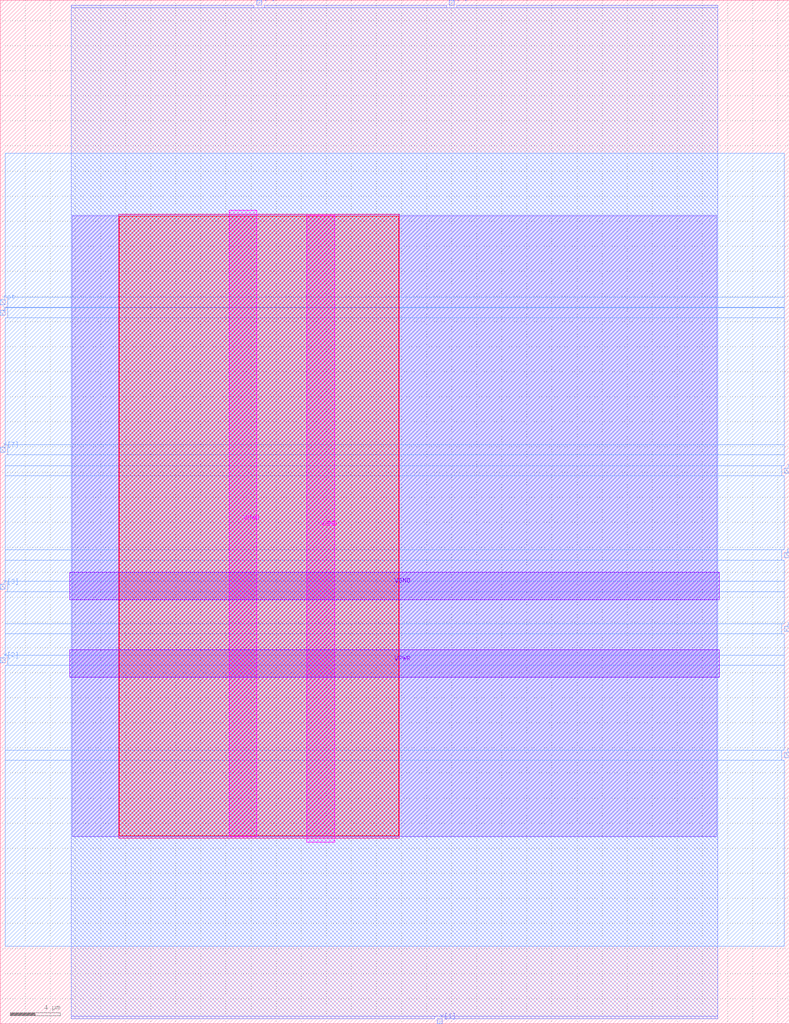
<source format=lef>
VERSION 5.7 ;
  NOWIREEXTENSIONATPIN ON ;
  DIVIDERCHAR "/" ;
  BUSBITCHARS "[]" ;
MACRO spm
  CLASS BLOCK ;
  FOREIGN spm ;
  ORIGIN 0.000 0.000 ;
  SIZE 62.920 BY 81.640 ;
  PIN VGND
    DIRECTION INOUT ;
    USE GROUND ;
    PORT
      LAYER TopMetal1 ;
        RECT 24.460 14.490 26.660 64.480 ;
    END
    PORT
      LAYER TopMetal2 ;
        RECT 5.540 33.820 57.340 36.020 ;
    END
  END VGND
  PIN VPWR
    DIRECTION INOUT ;
    USE POWER ;
    PORT
      LAYER TopMetal1 ;
        RECT 18.260 14.900 20.460 64.890 ;
    END
    PORT
      LAYER TopMetal2 ;
        RECT 5.540 27.620 57.340 29.820 ;
    END
  END VPWR
  PIN clk
    DIRECTION INPUT ;
    USE SIGNAL ;
    ANTENNAGATEAREA 0.725400 ;
    PORT
      LAYER Metal3 ;
        RECT 62.520 21.220 62.920 21.620 ;
    END
  END clk
  PIN p
    DIRECTION OUTPUT ;
    USE SIGNAL ;
    ANTENNADIFFAREA 0.708600 ;
    PORT
      LAYER Metal3 ;
        RECT 62.520 37.180 62.920 37.580 ;
    END
  END p
  PIN rst
    DIRECTION INPUT ;
    USE SIGNAL ;
    ANTENNAGATEAREA 0.180700 ;
    PORT
      LAYER Metal3 ;
        RECT 0.000 57.340 0.400 57.740 ;
    END
  END rst
  PIN x[0]
    DIRECTION INPUT ;
    USE SIGNAL ;
    ANTENNAGATEAREA 0.180700 ;
    PORT
      LAYER Metal3 ;
        RECT 62.520 31.300 62.920 31.700 ;
    END
  END x[0]
  PIN x[1]
    DIRECTION INPUT ;
    USE SIGNAL ;
    ANTENNAGATEAREA 0.180700 ;
    PORT
      LAYER Metal2 ;
        RECT 34.840 0.000 35.240 0.400 ;
    END
  END x[1]
  PIN x[2]
    DIRECTION INPUT ;
    USE SIGNAL ;
    ANTENNAGATEAREA 0.180700 ;
    PORT
      LAYER Metal3 ;
        RECT 0.000 28.780 0.400 29.180 ;
    END
  END x[2]
  PIN x[3]
    DIRECTION INPUT ;
    USE SIGNAL ;
    ANTENNAGATEAREA 0.180700 ;
    PORT
      LAYER Metal3 ;
        RECT 0.000 34.660 0.400 35.060 ;
    END
  END x[3]
  PIN x[4]
    DIRECTION INPUT ;
    USE SIGNAL ;
    ANTENNAGATEAREA 0.180700 ;
    PORT
      LAYER Metal3 ;
        RECT 62.520 43.900 62.920 44.300 ;
    END
  END x[4]
  PIN x[5]
    DIRECTION INPUT ;
    USE SIGNAL ;
    ANTENNAGATEAREA 0.180700 ;
    PORT
      LAYER Metal2 ;
        RECT 35.800 81.240 36.200 81.640 ;
    END
  END x[5]
  PIN x[6]
    DIRECTION INPUT ;
    USE SIGNAL ;
    ANTENNAGATEAREA 0.180700 ;
    PORT
      LAYER Metal2 ;
        RECT 20.440 81.240 20.840 81.640 ;
    END
  END x[6]
  PIN x[7]
    DIRECTION INPUT ;
    USE SIGNAL ;
    ANTENNAGATEAREA 0.180700 ;
    PORT
      LAYER Metal3 ;
        RECT 0.000 45.580 0.400 45.980 ;
    END
  END x[7]
  PIN y
    DIRECTION INPUT ;
    USE SIGNAL ;
    ANTENNAGATEAREA 0.213200 ;
    PORT
      LAYER Metal3 ;
        RECT 0.000 56.500 0.400 56.900 ;
    END
  END y
  OBS
      LAYER GatPoly ;
        RECT 5.760 14.970 57.120 64.410 ;
      LAYER Metal1 ;
        RECT 5.760 14.900 57.120 64.480 ;
      LAYER Metal2 ;
        RECT 5.655 81.030 20.230 81.240 ;
        RECT 21.050 81.030 35.590 81.240 ;
        RECT 36.410 81.030 57.225 81.240 ;
        RECT 5.655 0.610 57.225 81.030 ;
        RECT 5.655 0.400 34.630 0.610 ;
        RECT 35.450 0.400 57.225 0.610 ;
      LAYER Metal3 ;
        RECT 0.400 57.950 62.520 69.400 ;
        RECT 0.610 57.130 62.520 57.950 ;
        RECT 0.400 57.110 62.520 57.130 ;
        RECT 0.610 56.290 62.520 57.110 ;
        RECT 0.400 46.190 62.520 56.290 ;
        RECT 0.610 45.370 62.520 46.190 ;
        RECT 0.400 44.510 62.520 45.370 ;
        RECT 0.400 43.690 62.310 44.510 ;
        RECT 0.400 37.790 62.520 43.690 ;
        RECT 0.400 36.970 62.310 37.790 ;
        RECT 0.400 35.270 62.520 36.970 ;
        RECT 0.610 34.450 62.520 35.270 ;
        RECT 0.400 31.910 62.520 34.450 ;
        RECT 0.400 31.090 62.310 31.910 ;
        RECT 0.400 29.390 62.520 31.090 ;
        RECT 0.610 28.570 62.520 29.390 ;
        RECT 0.400 21.830 62.520 28.570 ;
        RECT 0.400 21.010 62.310 21.830 ;
        RECT 0.400 6.200 62.520 21.010 ;
      LAYER Metal4 ;
        RECT 9.495 14.975 31.785 64.405 ;
      LAYER Metal5 ;
        RECT 9.455 14.810 31.825 64.570 ;
  END
END spm
END LIBRARY


</source>
